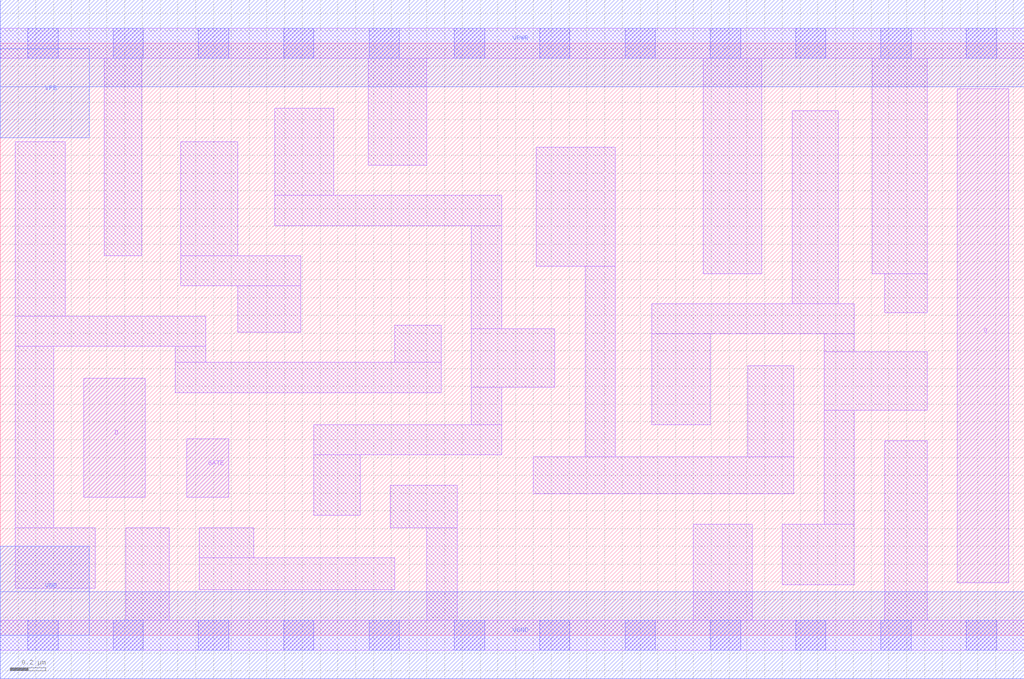
<source format=lef>
# Copyright 2020 The SkyWater PDK Authors
#
# Licensed under the Apache License, Version 2.0 (the "License");
# you may not use this file except in compliance with the License.
# You may obtain a copy of the License at
#
#     https://www.apache.org/licenses/LICENSE-2.0
#
# Unless required by applicable law or agreed to in writing, software
# distributed under the License is distributed on an "AS IS" BASIS,
# WITHOUT WARRANTIES OR CONDITIONS OF ANY KIND, either express or implied.
# See the License for the specific language governing permissions and
# limitations under the License.
#
# SPDX-License-Identifier: Apache-2.0

VERSION 5.5 ;
NAMESCASESENSITIVE ON ;
BUSBITCHARS "[]" ;
DIVIDERCHAR "/" ;
MACRO sky130_fd_sc_lp__dlxtp_1
  CLASS CORE ;
  SOURCE USER ;
  ORIGIN  0.000000  0.000000 ;
  SIZE  5.760000 BY  3.330000 ;
  SYMMETRY X Y R90 ;
  SITE unit ;
  PIN D
    ANTENNAGATEAREA  0.159000 ;
    DIRECTION INPUT ;
    USE SIGNAL ;
    PORT
      LAYER li1 ;
        RECT 0.470000 0.775000 0.815000 1.445000 ;
    END
  END D
  PIN Q
    ANTENNADIFFAREA  0.556500 ;
    DIRECTION OUTPUT ;
    USE SIGNAL ;
    PORT
      LAYER li1 ;
        RECT 5.385000 0.295000 5.675000 3.075000 ;
    END
  END Q
  PIN GATE
    ANTENNAGATEAREA  0.159000 ;
    DIRECTION INPUT ;
    USE CLOCK ;
    PORT
      LAYER li1 ;
        RECT 1.050000 0.775000 1.285000 1.105000 ;
    END
  END GATE
  PIN VGND
    DIRECTION INOUT ;
    USE GROUND ;
    PORT
      LAYER met1 ;
        RECT 0.000000 -0.245000 5.760000 0.245000 ;
    END
  END VGND
  PIN VNB
    DIRECTION INOUT ;
    USE GROUND ;
    PORT
    END
  END VNB
  PIN VPB
    DIRECTION INOUT ;
    USE POWER ;
    PORT
    END
  END VPB
  PIN VNB
    DIRECTION INOUT ;
    USE GROUND ;
    PORT
      LAYER met1 ;
        RECT 0.000000 0.000000 0.500000 0.500000 ;
    END
  END VNB
  PIN VPB
    DIRECTION INOUT ;
    USE POWER ;
    PORT
      LAYER met1 ;
        RECT 0.000000 2.800000 0.500000 3.300000 ;
    END
  END VPB
  PIN VPWR
    DIRECTION INOUT ;
    USE POWER ;
    PORT
      LAYER met1 ;
        RECT 0.000000 3.085000 5.760000 3.575000 ;
    END
  END VPWR
  OBS
    LAYER li1 ;
      RECT 0.000000 -0.085000 5.760000 0.085000 ;
      RECT 0.000000  3.245000 5.760000 3.415000 ;
      RECT 0.085000  0.265000 0.535000 0.605000 ;
      RECT 0.085000  0.605000 0.300000 1.625000 ;
      RECT 0.085000  1.625000 1.155000 1.795000 ;
      RECT 0.085000  1.795000 0.365000 2.775000 ;
      RECT 0.585000  2.135000 0.795000 3.245000 ;
      RECT 0.705000  0.085000 0.950000 0.605000 ;
      RECT 0.985000  1.365000 2.480000 1.535000 ;
      RECT 0.985000  1.535000 1.155000 1.625000 ;
      RECT 1.015000  1.965000 1.690000 2.135000 ;
      RECT 1.015000  2.135000 1.335000 2.775000 ;
      RECT 1.120000  0.255000 2.220000 0.435000 ;
      RECT 1.120000  0.435000 1.425000 0.605000 ;
      RECT 1.335000  1.705000 1.690000 1.965000 ;
      RECT 1.545000  2.305000 2.820000 2.475000 ;
      RECT 1.545000  2.475000 1.875000 2.965000 ;
      RECT 1.765000  0.675000 2.025000 1.015000 ;
      RECT 1.765000  1.015000 2.820000 1.185000 ;
      RECT 2.070000  2.645000 2.400000 3.245000 ;
      RECT 2.195000  0.605000 2.570000 0.845000 ;
      RECT 2.220000  1.535000 2.480000 1.745000 ;
      RECT 2.400000  0.085000 2.570000 0.605000 ;
      RECT 2.650000  1.185000 2.820000 1.395000 ;
      RECT 2.650000  1.395000 3.120000 1.725000 ;
      RECT 2.650000  1.725000 2.820000 2.305000 ;
      RECT 3.000000  0.795000 4.465000 1.005000 ;
      RECT 3.015000  2.075000 3.460000 2.745000 ;
      RECT 3.290000  1.005000 3.460000 2.075000 ;
      RECT 3.665000  1.185000 3.995000 1.695000 ;
      RECT 3.665000  1.695000 4.805000 1.865000 ;
      RECT 3.900000  0.085000 4.230000 0.625000 ;
      RECT 3.955000  2.035000 4.285000 3.245000 ;
      RECT 4.205000  1.005000 4.465000 1.515000 ;
      RECT 4.400000  0.285000 4.805000 0.625000 ;
      RECT 4.455000  1.865000 4.715000 2.950000 ;
      RECT 4.635000  0.625000 4.805000 1.265000 ;
      RECT 4.635000  1.265000 5.215000 1.595000 ;
      RECT 4.635000  1.595000 4.805000 1.695000 ;
      RECT 4.905000  2.035000 5.215000 3.245000 ;
      RECT 4.975000  0.085000 5.215000 1.095000 ;
      RECT 4.975000  1.815000 5.215000 2.035000 ;
    LAYER mcon ;
      RECT 0.155000 -0.085000 0.325000 0.085000 ;
      RECT 0.155000  3.245000 0.325000 3.415000 ;
      RECT 0.635000 -0.085000 0.805000 0.085000 ;
      RECT 0.635000  3.245000 0.805000 3.415000 ;
      RECT 1.115000 -0.085000 1.285000 0.085000 ;
      RECT 1.115000  3.245000 1.285000 3.415000 ;
      RECT 1.595000 -0.085000 1.765000 0.085000 ;
      RECT 1.595000  3.245000 1.765000 3.415000 ;
      RECT 2.075000 -0.085000 2.245000 0.085000 ;
      RECT 2.075000  3.245000 2.245000 3.415000 ;
      RECT 2.555000 -0.085000 2.725000 0.085000 ;
      RECT 2.555000  3.245000 2.725000 3.415000 ;
      RECT 3.035000 -0.085000 3.205000 0.085000 ;
      RECT 3.035000  3.245000 3.205000 3.415000 ;
      RECT 3.515000 -0.085000 3.685000 0.085000 ;
      RECT 3.515000  3.245000 3.685000 3.415000 ;
      RECT 3.995000 -0.085000 4.165000 0.085000 ;
      RECT 3.995000  3.245000 4.165000 3.415000 ;
      RECT 4.475000 -0.085000 4.645000 0.085000 ;
      RECT 4.475000  3.245000 4.645000 3.415000 ;
      RECT 4.955000 -0.085000 5.125000 0.085000 ;
      RECT 4.955000  3.245000 5.125000 3.415000 ;
      RECT 5.435000 -0.085000 5.605000 0.085000 ;
      RECT 5.435000  3.245000 5.605000 3.415000 ;
  END
END sky130_fd_sc_lp__dlxtp_1
END LIBRARY

</source>
